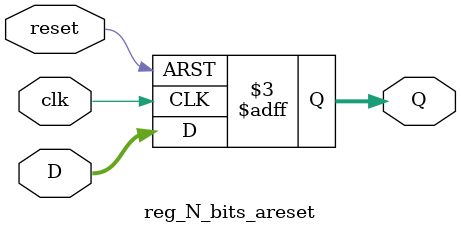
<source format=v>
module reg_N_bits_areset #(parameter N=8)
	  (input clk,reset,
		input [N-1:0] D,
		output reg [N-1:0] Q);

		always @(posedge clk, negedge reset)
			if (!reset)
				Q <= 0;
			else
				Q <= D;

	
endmodule	
</source>
